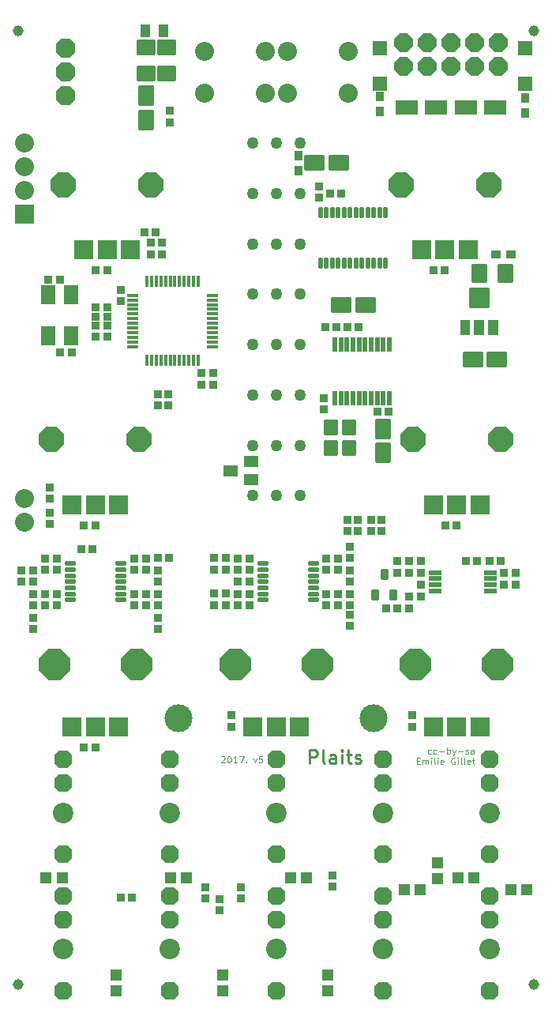
<source format=gbr>
%TF.GenerationSoftware,KiCad,Pcbnew,(6.0.11-0)*%
%TF.CreationDate,2023-04-25T19:31:51+02:00*%
%TF.ProjectId,plaits,706c6169-7473-42e6-9b69-6361645f7063,rev?*%
%TF.SameCoordinates,Original*%
%TF.FileFunction,Soldermask,Top*%
%TF.FilePolarity,Negative*%
%FSLAX46Y46*%
G04 Gerber Fmt 4.6, Leading zero omitted, Abs format (unit mm)*
G04 Created by KiCad (PCBNEW (6.0.11-0)) date 2023-04-25 19:31:51*
%MOMM*%
%LPD*%
G01*
G04 APERTURE LIST*
G04 Aperture macros list*
%AMRoundRect*
0 Rectangle with rounded corners*
0 $1 Rounding radius*
0 $2 $3 $4 $5 $6 $7 $8 $9 X,Y pos of 4 corners*
0 Add a 4 corners polygon primitive as box body*
4,1,4,$2,$3,$4,$5,$6,$7,$8,$9,$2,$3,0*
0 Add four circle primitives for the rounded corners*
1,1,$1+$1,$2,$3*
1,1,$1+$1,$4,$5*
1,1,$1+$1,$6,$7*
1,1,$1+$1,$8,$9*
0 Add four rect primitives between the rounded corners*
20,1,$1+$1,$2,$3,$4,$5,0*
20,1,$1+$1,$4,$5,$6,$7,0*
20,1,$1+$1,$6,$7,$8,$9,0*
20,1,$1+$1,$8,$9,$2,$3,0*%
%AMFreePoly0*
4,1,25,0.575031,1.328373,0.579933,1.323882,1.323882,0.579933,1.345910,0.532692,1.346200,0.526051,1.346200,-0.526051,1.328373,-0.575031,1.323882,-0.579933,0.579933,-1.323882,0.532692,-1.345910,0.526051,-1.346200,-0.526051,-1.346200,-0.575031,-1.328373,-0.579933,-1.323882,-1.323882,-0.579933,-1.345910,-0.532692,-1.346200,-0.526051,-1.346200,0.526051,-1.328373,0.575031,-1.323882,0.579933,
-0.579933,1.323882,-0.532692,1.345910,-0.526051,1.346200,0.526051,1.346200,0.575031,1.328373,0.575031,1.328373,$1*%
%AMFreePoly1*
4,1,25,0.417216,0.947373,0.422118,0.942882,0.942882,0.422118,0.964910,0.374877,0.965200,0.368236,0.965200,-0.368236,0.947373,-0.417216,0.942882,-0.422118,0.422118,-0.942882,0.374877,-0.964910,0.368236,-0.965200,-0.368236,-0.965200,-0.417216,-0.947373,-0.422118,-0.942882,-0.942882,-0.422118,-0.964910,-0.374877,-0.965200,-0.368236,-0.965200,0.368236,-0.947373,0.417216,-0.942882,0.422118,
-0.422118,0.942882,-0.374877,0.964910,-0.368236,0.965200,0.368236,0.965200,0.417216,0.947373,0.417216,0.947373,$1*%
%AMFreePoly2*
4,1,25,0.448779,1.023573,0.453681,1.019082,1.019082,0.453681,1.041110,0.406440,1.041400,0.399799,1.041400,-0.399799,1.023573,-0.448779,1.019082,-0.453681,0.453681,-1.019082,0.406440,-1.041110,0.399799,-1.041400,-0.399799,-1.041400,-0.448779,-1.023573,-0.453681,-1.019082,-1.019082,-0.453681,-1.041110,-0.406440,-1.041400,-0.399799,-1.041400,0.399799,-1.023573,0.448779,-1.019082,0.453681,
-0.453681,1.019082,-0.406440,1.041110,-0.399799,1.041400,0.399799,1.041400,0.448779,1.023573,0.448779,1.023573,$1*%
%AMFreePoly3*
4,1,25,0.706544,1.645873,0.711446,1.641382,1.641382,0.711446,1.663410,0.664205,1.663700,0.657564,1.663700,-0.657564,1.645873,-0.706544,1.641382,-0.711446,0.711446,-1.641382,0.664205,-1.663410,0.657564,-1.663700,-0.657564,-1.663700,-0.706544,-1.645873,-0.711446,-1.641382,-1.641382,-0.711446,-1.663410,-0.664205,-1.663700,-0.657564,-1.663700,0.657564,-1.645873,0.706544,-1.641382,0.711446,
-0.711446,1.641382,-0.664205,1.663410,-0.657564,1.663700,0.657564,1.663700,0.706544,1.645873,0.706544,1.645873,$1*%
%AMFreePoly4*
4,1,25,0.438258,0.998173,0.443160,0.993682,0.993682,0.443160,1.015710,0.395919,1.016000,0.389278,1.016000,-0.389278,0.998173,-0.438258,0.993682,-0.443160,0.443160,-0.993682,0.395919,-1.015710,0.389278,-1.016000,-0.389278,-1.016000,-0.438258,-0.998173,-0.443160,-0.993682,-0.993682,-0.443160,-1.015710,-0.395919,-1.016000,-0.389278,-1.016000,0.389278,-0.998173,0.438258,-0.993682,0.443160,
-0.443160,0.993682,-0.395919,1.015710,-0.389278,1.016000,0.389278,1.016000,0.438258,0.998173,0.438258,0.998173,$1*%
G04 Aperture macros list end*
%ADD10C,0.121920*%
%ADD11C,0.251460*%
%ADD12RoundRect,0.076200X-0.800000X-0.900000X0.800000X-0.900000X0.800000X0.900000X-0.800000X0.900000X0*%
%ADD13RoundRect,0.076200X-0.375000X0.325000X-0.375000X-0.325000X0.375000X-0.325000X0.375000X0.325000X0*%
%ADD14RoundRect,0.076200X0.325000X0.375000X-0.325000X0.375000X-0.325000X-0.375000X0.325000X-0.375000X0*%
%ADD15RoundRect,0.576200X0.000000X0.000000X0.000000X0.000000X0.000000X0.000000X0.000000X0.000000X0*%
%ADD16RoundRect,0.076200X-0.325000X-0.375000X0.325000X-0.375000X0.325000X0.375000X-0.325000X0.375000X0*%
%ADD17C,1.258800*%
%ADD18RoundRect,0.076200X1.000000X0.750000X-1.000000X0.750000X-1.000000X-0.750000X1.000000X-0.750000X0*%
%ADD19RoundRect,0.076200X0.375000X-0.325000X0.375000X0.325000X-0.375000X0.325000X-0.375000X-0.325000X0*%
%ADD20RoundRect,0.076200X0.939800X-0.939800X0.939800X0.939800X-0.939800X0.939800X-0.939800X-0.939800X0*%
%ADD21FreePoly0,90.000000*%
%ADD22C,2.032000*%
%ADD23RoundRect,0.076200X0.700000X-0.500000X0.700000X0.500000X-0.700000X0.500000X-0.700000X-0.500000X0*%
%ADD24RoundRect,0.076200X0.550000X0.500000X-0.550000X0.500000X-0.550000X-0.500000X0.550000X-0.500000X0*%
%ADD25C,2.200000*%
%ADD26FreePoly1,180.000000*%
%ADD27RoundRect,0.076200X0.650000X0.750000X-0.650000X0.750000X-0.650000X-0.750000X0.650000X-0.750000X0*%
%ADD28RoundRect,0.076200X0.350000X-0.425000X0.350000X0.425000X-0.350000X0.425000X-0.350000X-0.425000X0*%
%ADD29RoundRect,0.076200X-0.550000X-0.500000X0.550000X-0.500000X0.550000X0.500000X-0.550000X0.500000X0*%
%ADD30RoundRect,0.076200X-0.500000X-0.550000X0.500000X-0.550000X0.500000X0.550000X-0.500000X0.550000X0*%
%ADD31RoundRect,0.076200X-0.700000X0.700000X-0.700000X-0.700000X0.700000X-0.700000X0.700000X0.700000X0*%
%ADD32RoundRect,0.076200X-0.350000X0.425000X-0.350000X-0.425000X0.350000X-0.425000X0.350000X0.425000X0*%
%ADD33RoundRect,0.076200X-0.650000X-0.750000X0.650000X-0.750000X0.650000X0.750000X-0.650000X0.750000X0*%
%ADD34C,3.000000*%
%ADD35RoundRect,0.076200X-0.600000X0.175000X-0.600000X-0.175000X0.600000X-0.175000X0.600000X0.175000X0*%
%ADD36FreePoly2,0.000000*%
%ADD37RoundRect,0.076200X-0.165000X-0.500000X0.165000X-0.500000X0.165000X0.500000X-0.165000X0.500000X0*%
%ADD38RoundRect,0.076200X-0.750000X1.000000X-0.750000X-1.000000X0.750000X-1.000000X0.750000X1.000000X0*%
%ADD39RoundRect,0.076200X0.177800X-0.711200X0.177800X0.711200X-0.177800X0.711200X-0.177800X-0.711200X0*%
%ADD40RoundRect,0.076200X0.500000X-0.550000X0.500000X0.550000X-0.500000X0.550000X-0.500000X-0.550000X0*%
%ADD41FreePoly3,90.000000*%
%ADD42RoundRect,0.076200X-0.350000X-0.500000X0.350000X-0.500000X0.350000X0.500000X-0.350000X0.500000X0*%
%ADD43RoundRect,0.076200X-0.900000X0.800000X-0.900000X-0.800000X0.900000X-0.800000X0.900000X0.800000X0*%
%ADD44RoundRect,0.076200X0.450000X0.625000X-0.450000X0.625000X-0.450000X-0.625000X0.450000X-0.625000X0*%
%ADD45RoundRect,0.076200X-0.500000X0.127000X-0.500000X-0.127000X0.500000X-0.127000X0.500000X0.127000X0*%
%ADD46RoundRect,0.076200X-0.127000X0.500000X-0.127000X-0.500000X0.127000X-0.500000X0.127000X0.500000X0*%
%ADD47RoundRect,0.076200X0.700000X-0.950000X0.700000X0.950000X-0.700000X0.950000X-0.700000X-0.950000X0*%
%ADD48RoundRect,0.076200X-0.425000X-0.350000X0.425000X-0.350000X0.425000X0.350000X-0.425000X0.350000X0*%
%ADD49RoundRect,0.076200X-0.495300X0.152400X-0.495300X-0.152400X0.495300X-0.152400X0.495300X0.152400X0*%
%ADD50RoundRect,0.076200X1.100000X0.700000X-1.100000X0.700000X-1.100000X-0.700000X1.100000X-0.700000X0*%
%ADD51RoundRect,0.076200X-0.500000X0.550000X-0.500000X-0.550000X0.500000X-0.550000X0.500000X0.550000X0*%
%ADD52RoundRect,0.076200X0.750000X-1.000000X0.750000X1.000000X-0.750000X1.000000X-0.750000X-1.000000X0*%
%ADD53RoundRect,0.076200X0.700000X-0.700000X0.700000X0.700000X-0.700000X0.700000X-0.700000X-0.700000X0*%
%ADD54RoundRect,0.076200X1.000000X-1.000000X1.000000X1.000000X-1.000000X1.000000X-1.000000X-1.000000X0*%
%ADD55RoundRect,0.076200X-0.939800X-0.939800X0.939800X-0.939800X0.939800X0.939800X-0.939800X0.939800X0*%
%ADD56FreePoly4,180.000000*%
G04 APERTURE END LIST*
D10*
X165072790Y-131028681D02*
X165006992Y-131061580D01*
X164875395Y-131061580D01*
X164809597Y-131028681D01*
X164776698Y-130995782D01*
X164743799Y-130929984D01*
X164743799Y-130732590D01*
X164776698Y-130666792D01*
X164809597Y-130633893D01*
X164875395Y-130600994D01*
X165006992Y-130600994D01*
X165072790Y-130633893D01*
X165664972Y-131028681D02*
X165599174Y-131061580D01*
X165467578Y-131061580D01*
X165401780Y-131028681D01*
X165368881Y-130995782D01*
X165335982Y-130929984D01*
X165335982Y-130732590D01*
X165368881Y-130666792D01*
X165401780Y-130633893D01*
X165467578Y-130600994D01*
X165599174Y-130600994D01*
X165664972Y-130633893D01*
X165961064Y-130798388D02*
X166487449Y-130798388D01*
X166816439Y-131061580D02*
X166816439Y-130370700D01*
X166816439Y-130633893D02*
X166882237Y-130600994D01*
X167013833Y-130600994D01*
X167079632Y-130633893D01*
X167112531Y-130666792D01*
X167145430Y-130732590D01*
X167145430Y-130929984D01*
X167112531Y-130995782D01*
X167079632Y-131028681D01*
X167013833Y-131061580D01*
X166882237Y-131061580D01*
X166816439Y-131028681D01*
X167375723Y-130600994D02*
X167540218Y-131061580D01*
X167704713Y-130600994D02*
X167540218Y-131061580D01*
X167474420Y-131226076D01*
X167441521Y-131258975D01*
X167375723Y-131291874D01*
X167967906Y-130798388D02*
X168494291Y-130798388D01*
X168790382Y-131028681D02*
X168856180Y-131061580D01*
X168987776Y-131061580D01*
X169053574Y-131028681D01*
X169086473Y-130962883D01*
X169086473Y-130929984D01*
X169053574Y-130864186D01*
X168987776Y-130831287D01*
X168889079Y-130831287D01*
X168823281Y-130798388D01*
X168790382Y-130732590D01*
X168790382Y-130699691D01*
X168823281Y-130633893D01*
X168889079Y-130600994D01*
X168987776Y-130600994D01*
X169053574Y-130633893D01*
X169678656Y-131061580D02*
X169678656Y-130699691D01*
X169645757Y-130633893D01*
X169579959Y-130600994D01*
X169448363Y-130600994D01*
X169382565Y-130633893D01*
X169678656Y-131028681D02*
X169612858Y-131061580D01*
X169448363Y-131061580D01*
X169382565Y-131028681D01*
X169349666Y-130962883D01*
X169349666Y-130897085D01*
X169382565Y-130831287D01*
X169448363Y-130798388D01*
X169612858Y-130798388D01*
X169678656Y-130765489D01*
X142601883Y-131389099D02*
X142634782Y-131356200D01*
X142700580Y-131323300D01*
X142865075Y-131323300D01*
X142930873Y-131356200D01*
X142963772Y-131389099D01*
X142996672Y-131454897D01*
X142996672Y-131520695D01*
X142963772Y-131619392D01*
X142568984Y-132014180D01*
X142996672Y-132014180D01*
X143424359Y-131323300D02*
X143490157Y-131323300D01*
X143555955Y-131356200D01*
X143588854Y-131389099D01*
X143621753Y-131454897D01*
X143654652Y-131586493D01*
X143654652Y-131750988D01*
X143621753Y-131882584D01*
X143588854Y-131948382D01*
X143555955Y-131981281D01*
X143490157Y-132014180D01*
X143424359Y-132014180D01*
X143358561Y-131981281D01*
X143325662Y-131948382D01*
X143292763Y-131882584D01*
X143259864Y-131750988D01*
X143259864Y-131586493D01*
X143292763Y-131454897D01*
X143325662Y-131389099D01*
X143358561Y-131356200D01*
X143424359Y-131323300D01*
X144312633Y-132014180D02*
X143917845Y-132014180D01*
X144115239Y-132014180D02*
X144115239Y-131323300D01*
X144049441Y-131421998D01*
X143983643Y-131487796D01*
X143917845Y-131520695D01*
X144542927Y-131323300D02*
X145003513Y-131323300D01*
X144707422Y-132014180D01*
X145266706Y-131948382D02*
X145299605Y-131981281D01*
X145266706Y-132014180D01*
X145233807Y-131981281D01*
X145266706Y-131948382D01*
X145266706Y-132014180D01*
X146056283Y-131553594D02*
X146220778Y-132014180D01*
X146385273Y-131553594D01*
X146977456Y-131323300D02*
X146648466Y-131323300D01*
X146615567Y-131652291D01*
X146648466Y-131619392D01*
X146714264Y-131586493D01*
X146878759Y-131586493D01*
X146944557Y-131619392D01*
X146977456Y-131652291D01*
X147010355Y-131718089D01*
X147010355Y-131882584D01*
X146977456Y-131948382D01*
X146944557Y-131981281D01*
X146878759Y-132014180D01*
X146714264Y-132014180D01*
X146648466Y-131981281D01*
X146615567Y-131948382D01*
X163592232Y-131810891D02*
X163822526Y-131810891D01*
X163921223Y-132172780D02*
X163592232Y-132172780D01*
X163592232Y-131481900D01*
X163921223Y-131481900D01*
X163822526Y-131218708D02*
X163723829Y-131317405D01*
X164217314Y-132172780D02*
X164217314Y-131712194D01*
X164217314Y-131777992D02*
X164250213Y-131745093D01*
X164316012Y-131712194D01*
X164414709Y-131712194D01*
X164480507Y-131745093D01*
X164513406Y-131810891D01*
X164513406Y-132172780D01*
X164513406Y-131810891D02*
X164546305Y-131745093D01*
X164612103Y-131712194D01*
X164710800Y-131712194D01*
X164776598Y-131745093D01*
X164809497Y-131810891D01*
X164809497Y-132172780D01*
X165138488Y-132172780D02*
X165138488Y-131712194D01*
X165138488Y-131481900D02*
X165105589Y-131514800D01*
X165138488Y-131547699D01*
X165171387Y-131514800D01*
X165138488Y-131481900D01*
X165138488Y-131547699D01*
X165566175Y-132172780D02*
X165500377Y-132139881D01*
X165467478Y-132074083D01*
X165467478Y-131481900D01*
X165829368Y-132172780D02*
X165829368Y-131712194D01*
X165829368Y-131481900D02*
X165796469Y-131514800D01*
X165829368Y-131547699D01*
X165862267Y-131514800D01*
X165829368Y-131481900D01*
X165829368Y-131547699D01*
X166421551Y-132139881D02*
X166355752Y-132172780D01*
X166224156Y-132172780D01*
X166158358Y-132139881D01*
X166125459Y-132074083D01*
X166125459Y-131810891D01*
X166158358Y-131745093D01*
X166224156Y-131712194D01*
X166355752Y-131712194D01*
X166421551Y-131745093D01*
X166454450Y-131810891D01*
X166454450Y-131876689D01*
X166125459Y-131942487D01*
X167638815Y-131514800D02*
X167573017Y-131481900D01*
X167474320Y-131481900D01*
X167375623Y-131514800D01*
X167309825Y-131580598D01*
X167276926Y-131646396D01*
X167244027Y-131777992D01*
X167244027Y-131876689D01*
X167276926Y-132008285D01*
X167309825Y-132074083D01*
X167375623Y-132139881D01*
X167474320Y-132172780D01*
X167540118Y-132172780D01*
X167638815Y-132139881D01*
X167671714Y-132106982D01*
X167671714Y-131876689D01*
X167540118Y-131876689D01*
X167967806Y-132172780D02*
X167967806Y-131712194D01*
X167967806Y-131481900D02*
X167934907Y-131514800D01*
X167967806Y-131547699D01*
X168000705Y-131514800D01*
X167967806Y-131481900D01*
X167967806Y-131547699D01*
X168395493Y-132172780D02*
X168329695Y-132139881D01*
X168296796Y-132074083D01*
X168296796Y-131481900D01*
X168757383Y-132172780D02*
X168691585Y-132139881D01*
X168658686Y-132074083D01*
X168658686Y-131481900D01*
X169283768Y-132139881D02*
X169217970Y-132172780D01*
X169086373Y-132172780D01*
X169020575Y-132139881D01*
X168987676Y-132074083D01*
X168987676Y-131810891D01*
X169020575Y-131745093D01*
X169086373Y-131712194D01*
X169217970Y-131712194D01*
X169283768Y-131745093D01*
X169316667Y-131810891D01*
X169316667Y-131876689D01*
X168987676Y-131942487D01*
X169514061Y-131712194D02*
X169777253Y-131712194D01*
X169612758Y-131481900D02*
X169612758Y-132074083D01*
X169645657Y-132139881D01*
X169711455Y-132172780D01*
X169777253Y-132172780D01*
D11*
X152085036Y-132078185D02*
X152085036Y-130653245D01*
X152627871Y-130653245D01*
X152763579Y-130721100D01*
X152831433Y-130788954D01*
X152899288Y-130924662D01*
X152899288Y-131128225D01*
X152831433Y-131263934D01*
X152763579Y-131331788D01*
X152627871Y-131399642D01*
X152085036Y-131399642D01*
X153713539Y-132078185D02*
X153577831Y-132010331D01*
X153509976Y-131874622D01*
X153509976Y-130653245D01*
X154867062Y-132078185D02*
X154867062Y-131331788D01*
X154799208Y-131196080D01*
X154663499Y-131128225D01*
X154392082Y-131128225D01*
X154256373Y-131196080D01*
X154867062Y-132010331D02*
X154731353Y-132078185D01*
X154392082Y-132078185D01*
X154256373Y-132010331D01*
X154188519Y-131874622D01*
X154188519Y-131738914D01*
X154256373Y-131603205D01*
X154392082Y-131535351D01*
X154731353Y-131535351D01*
X154867062Y-131467497D01*
X155545605Y-132078185D02*
X155545605Y-131128225D01*
X155545605Y-130653245D02*
X155477751Y-130721100D01*
X155545605Y-130788954D01*
X155613459Y-130721100D01*
X155545605Y-130653245D01*
X155545605Y-130788954D01*
X156020585Y-131128225D02*
X156563419Y-131128225D01*
X156224148Y-130653245D02*
X156224148Y-131874622D01*
X156292002Y-132010331D01*
X156427711Y-132078185D01*
X156563419Y-132078185D01*
X156970545Y-132010331D02*
X157106253Y-132078185D01*
X157377671Y-132078185D01*
X157513379Y-132010331D01*
X157581233Y-131874622D01*
X157581233Y-131806768D01*
X157513379Y-131671060D01*
X157377671Y-131603205D01*
X157174108Y-131603205D01*
X157038399Y-131535351D01*
X156970545Y-131399642D01*
X156970545Y-131331788D01*
X157038399Y-131196080D01*
X157174108Y-131128225D01*
X157377671Y-131128225D01*
X157513379Y-131196080D01*
%TO.C,IC3*%
G36*
X170764600Y-86188800D02*
G01*
X169714600Y-86188800D01*
X169714600Y-84613800D01*
X170764600Y-84613800D01*
X170764600Y-86188800D01*
G37*
G36*
X169264600Y-86188800D02*
G01*
X168214600Y-86188800D01*
X168214600Y-84613800D01*
X169264600Y-84613800D01*
X169264600Y-86188800D01*
G37*
G36*
X172264600Y-86188800D02*
G01*
X171214600Y-86188800D01*
X171214600Y-84613800D01*
X172264600Y-84613800D01*
X172264600Y-86188800D01*
G37*
%TD*%
D12*
%TO.C,C13*%
X170268600Y-79603600D03*
X173068600Y-79603600D03*
%TD*%
D13*
%TO.C,R37*%
X162778600Y-114246100D03*
X162778600Y-115446100D03*
%TD*%
D14*
%TO.C,R5*%
X130358700Y-83254700D03*
X129158700Y-83254700D03*
%TD*%
D15*
%TO.C,JP3*%
X120868600Y-155803600D03*
%TD*%
D16*
%TO.C,R14*%
X135826100Y-110083600D03*
X137026100Y-110083600D03*
%TD*%
D13*
%TO.C,C51*%
X143728600Y-126946100D03*
X143728600Y-128146100D03*
%TD*%
D17*
%TO.C,LED8*%
X148491100Y-103416100D03*
X151031100Y-103416100D03*
X145951100Y-103416100D03*
%TD*%
D13*
%TO.C,C26*%
X136902400Y-92497300D03*
X136902400Y-93697300D03*
%TD*%
D18*
%TO.C,C22*%
X169574800Y-88811100D03*
X172174800Y-88811100D03*
%TD*%
D19*
%TO.C,C8*%
X153094900Y-71472400D03*
X153094900Y-70272400D03*
%TD*%
D16*
%TO.C,R3*%
X154241100Y-71031100D03*
X155441100Y-71031100D03*
%TD*%
D20*
%TO.C,R7*%
X131623600Y-104383600D03*
X129123600Y-104383600D03*
X126623600Y-104383600D03*
D21*
X133823600Y-97383600D03*
X124423600Y-97383600D03*
%TD*%
D22*
%TO.C,SW1*%
X140794900Y-55753000D03*
X147297300Y-55753000D03*
X140794900Y-60274200D03*
X147297300Y-60274200D03*
%TD*%
D23*
%TO.C,D3*%
X145781000Y-101667200D03*
X145781000Y-99767200D03*
X143581000Y-100717200D03*
%TD*%
D17*
%TO.C,LED3*%
X148491100Y-76428600D03*
X151031100Y-76428600D03*
X145951100Y-76428600D03*
%TD*%
D19*
%TO.C,C6*%
X137061100Y-63376100D03*
X137061100Y-62176100D03*
%TD*%
%TO.C,R32*%
X134521100Y-115128600D03*
X134521100Y-113928600D03*
%TD*%
D24*
%TO.C,C55*%
X125528600Y-144373500D03*
X123828600Y-144373500D03*
%TD*%
D13*
%TO.C,R24*%
X121186100Y-111388600D03*
X121186100Y-112588600D03*
%TD*%
D25*
%TO.C,J4*%
X159921100Y-137388600D03*
D26*
X159921100Y-131673600D03*
X159921100Y-134213600D03*
X159921100Y-141833600D03*
%TD*%
D27*
%TO.C,C31*%
X156267400Y-98336100D03*
X154367400Y-98336100D03*
%TD*%
D28*
%TO.C,L3*%
X175161100Y-62406100D03*
X175161100Y-60806100D03*
%TD*%
D19*
%TO.C,R11*%
X157222400Y-107191100D03*
X157222400Y-105991100D03*
%TD*%
D14*
%TO.C,C23*%
X141712600Y-90239800D03*
X140512600Y-90239800D03*
%TD*%
%TO.C,C36*%
X128771100Y-109131100D03*
X127571100Y-109131100D03*
%TD*%
D19*
%TO.C,R13*%
X156428600Y-110048600D03*
X156428600Y-108848600D03*
%TD*%
%TO.C,C33*%
X156111100Y-107191100D03*
X156111100Y-105991100D03*
%TD*%
D13*
%TO.C,C15*%
X131822500Y-81385000D03*
X131822500Y-82585000D03*
%TD*%
D29*
%TO.C,C56*%
X137163600Y-144373600D03*
X138863600Y-144373600D03*
%TD*%
D18*
%TO.C,C16*%
X155445900Y-82937300D03*
X158045900Y-82937300D03*
%TD*%
D13*
%TO.C,R48*%
X140871100Y-145361100D03*
X140871100Y-146561100D03*
%TD*%
%TO.C,R40*%
X122456100Y-116468600D03*
X122456100Y-117668600D03*
%TD*%
%TO.C,R22*%
X162778600Y-110436100D03*
X162778600Y-111636100D03*
%TD*%
D15*
%TO.C,JP1*%
X120868600Y-53568600D03*
%TD*%
D20*
%TO.C,R2*%
X169088600Y-77078600D03*
X166588600Y-77078600D03*
X164088600Y-77078600D03*
D21*
X171288600Y-70078600D03*
X161888600Y-70078600D03*
%TD*%
D30*
%TO.C,R46*%
X162246100Y-145643600D03*
X163946100Y-145643600D03*
%TD*%
D31*
%TO.C,D2*%
X175161100Y-59278600D03*
X175161100Y-55478600D03*
%TD*%
D17*
%TO.C,LED1*%
X148491100Y-65633600D03*
X151031100Y-65633600D03*
X145951100Y-65633600D03*
%TD*%
D32*
%TO.C,L4*%
X150872400Y-66956100D03*
X150872400Y-68556100D03*
%TD*%
D17*
%TO.C,LED2*%
X148491100Y-71031100D03*
X151031100Y-71031100D03*
X145951100Y-71031100D03*
%TD*%
D13*
%TO.C,R19*%
X144363600Y-110118600D03*
X144363600Y-111318600D03*
%TD*%
D33*
%TO.C,C29*%
X154367600Y-96113600D03*
X156267600Y-96113600D03*
%TD*%
D13*
%TO.C,R27*%
X156428600Y-111388600D03*
X156428600Y-112588600D03*
%TD*%
D19*
%TO.C,R36*%
X156428700Y-115128600D03*
X156428700Y-113928600D03*
%TD*%
D34*
%TO.C,H2*%
X158968600Y-127228500D03*
%TD*%
D16*
%TO.C,C37*%
X171386100Y-110401100D03*
X172586100Y-110401100D03*
%TD*%
D13*
%TO.C,R25*%
X122456100Y-111388600D03*
X122456100Y-112588600D03*
%TD*%
D19*
%TO.C,C40*%
X145633600Y-111318600D03*
X145633600Y-110118600D03*
%TD*%
D28*
%TO.C,L2*%
X159603600Y-62247400D03*
X159603600Y-60647400D03*
%TD*%
D14*
%TO.C,R6*%
X130358600Y-84207400D03*
X129158600Y-84207400D03*
%TD*%
D19*
%TO.C,C38*%
X124996100Y-111318600D03*
X124996100Y-110118600D03*
%TD*%
D25*
%TO.C,J2*%
X137061100Y-137388600D03*
D26*
X137061100Y-131673600D03*
X137061100Y-134213600D03*
X137061100Y-141833600D03*
%TD*%
D30*
%TO.C,R47*%
X173676100Y-145643600D03*
X175376100Y-145643600D03*
%TD*%
D34*
%TO.C,H3*%
X138013600Y-127228600D03*
%TD*%
D17*
%TO.C,LED4*%
X148491100Y-81826100D03*
X151031100Y-81826100D03*
X145951100Y-81826100D03*
%TD*%
D35*
%TO.C,IC8*%
X165568600Y-111648600D03*
X165568600Y-112298600D03*
X165568600Y-112948600D03*
X165568600Y-113598600D03*
X171418600Y-113598600D03*
X171418600Y-112948600D03*
X171418600Y-112298600D03*
X171418600Y-111648600D03*
%TD*%
D36*
%TO.C,IC1*%
X125948600Y-55473600D03*
X125948600Y-58013600D03*
X125948600Y-60553600D03*
%TD*%
D13*
%TO.C,R41*%
X135791100Y-116468600D03*
X135791100Y-117668600D03*
%TD*%
D19*
%TO.C,R35*%
X155158600Y-115128600D03*
X155158600Y-113928600D03*
%TD*%
D13*
%TO.C,C47*%
X133251100Y-113928600D03*
X133251100Y-115128600D03*
%TD*%
D37*
%TO.C,IC2*%
X153253600Y-78518600D03*
X153888600Y-78518600D03*
X154523600Y-78518600D03*
X155158600Y-78518600D03*
X155793600Y-78518600D03*
X156428600Y-78518600D03*
X157063600Y-78518600D03*
X157698600Y-78518600D03*
X158333600Y-78518600D03*
X158968600Y-78518600D03*
X159603600Y-78518600D03*
X160238600Y-78518600D03*
X160238600Y-73068600D03*
X159603600Y-73068600D03*
X158968600Y-73068600D03*
X158333600Y-73068600D03*
X157698600Y-73068600D03*
X157063600Y-73068600D03*
X156428600Y-73068600D03*
X155793600Y-73068600D03*
X155158600Y-73068600D03*
X154523600Y-73068600D03*
X153888600Y-73068600D03*
X153253600Y-73068600D03*
%TD*%
D13*
%TO.C,C49*%
X153888600Y-113928600D03*
X153888600Y-115128600D03*
%TD*%
D25*
%TO.C,J5*%
X171351100Y-137388600D03*
D26*
X171351100Y-131673600D03*
X171351100Y-134213600D03*
X171351100Y-141833600D03*
%TD*%
D16*
%TO.C,C18*%
X156145800Y-85318700D03*
X157345800Y-85318700D03*
%TD*%
D14*
%TO.C,C14*%
X125278600Y-80238600D03*
X124078600Y-80238600D03*
%TD*%
D38*
%TO.C,C3*%
X134521100Y-63123600D03*
X134521100Y-60523600D03*
%TD*%
D20*
%TO.C,R1*%
X132893600Y-77078600D03*
X130393600Y-77078600D03*
X127893600Y-77078600D03*
D21*
X135093600Y-70078600D03*
X125693600Y-70078600D03*
%TD*%
D29*
%TO.C,C57*%
X150022400Y-144373600D03*
X151722400Y-144373600D03*
%TD*%
D25*
%TO.C,J8*%
X148491100Y-151993600D03*
D26*
X148491100Y-146278600D03*
X148491100Y-148818600D03*
X148491100Y-156438600D03*
%TD*%
D14*
%TO.C,C53*%
X129088600Y-130403600D03*
X127888600Y-130403600D03*
%TD*%
D16*
%TO.C,C10*%
X135032500Y-77539700D03*
X136232500Y-77539700D03*
%TD*%
D39*
%TO.C,IC5*%
X154762700Y-92925900D03*
X155423100Y-92925900D03*
X156083500Y-92925900D03*
X156718500Y-92925900D03*
X157378900Y-92925900D03*
X158013900Y-92925900D03*
X158678900Y-92925900D03*
X159313900Y-92925900D03*
X159974300Y-92925900D03*
X160634700Y-92925900D03*
X160634700Y-87236300D03*
X159974300Y-87236300D03*
X159313900Y-87236300D03*
X158678900Y-87236300D03*
X158013900Y-87236300D03*
X157378900Y-87236300D03*
X156718500Y-87236300D03*
X156083500Y-87236300D03*
X155423100Y-87236300D03*
X154762700Y-87236300D03*
%TD*%
D13*
%TO.C,R18*%
X134521100Y-110118600D03*
X134521100Y-111318600D03*
%TD*%
%TO.C,C52*%
X163096100Y-126946100D03*
X163096100Y-128146100D03*
%TD*%
D19*
%TO.C,R21*%
X161508600Y-111636100D03*
X161508600Y-110436100D03*
%TD*%
D13*
%TO.C,C45*%
X164048600Y-112976100D03*
X164048600Y-114176100D03*
%TD*%
D40*
%TO.C,C61*%
X142776200Y-156494900D03*
X142776200Y-154794900D03*
%TD*%
D19*
%TO.C,R12*%
X158651100Y-107191100D03*
X158651100Y-105991100D03*
%TD*%
D24*
%TO.C,C58*%
X169661300Y-144373600D03*
X167961300Y-144373600D03*
%TD*%
D20*
%TO.C,R44*%
X170358600Y-128213600D03*
X167858600Y-128213600D03*
X165358600Y-128213600D03*
D41*
X172258600Y-121513600D03*
X163458600Y-121513600D03*
%TD*%
D16*
%TO.C,C9*%
X135032400Y-76269800D03*
X136232400Y-76269800D03*
%TD*%
%TO.C,C28*%
X159321100Y-94367300D03*
X160521100Y-94367300D03*
%TD*%
D15*
%TO.C,JP4*%
X176113600Y-155803600D03*
%TD*%
D19*
%TO.C,C41*%
X153888600Y-111318600D03*
X153888600Y-110118600D03*
%TD*%
%TO.C,R10*%
X124202400Y-106397300D03*
X124202400Y-105197300D03*
%TD*%
D14*
%TO.C,R29*%
X143058600Y-113893600D03*
X141858600Y-113893600D03*
%TD*%
D16*
%TO.C,C21*%
X125348600Y-88017300D03*
X126548600Y-88017300D03*
%TD*%
D14*
%TO.C,C34*%
X167823600Y-106591100D03*
X166623600Y-106591100D03*
%TD*%
%TO.C,R15*%
X143058600Y-110083600D03*
X141858600Y-110083600D03*
%TD*%
%TO.C,C32*%
X129088600Y-106591100D03*
X127888600Y-106591100D03*
%TD*%
%TO.C,C50*%
X161473600Y-115481100D03*
X160273600Y-115481100D03*
%TD*%
D19*
%TO.C,C19*%
X129123600Y-86394800D03*
X129123600Y-85194800D03*
%TD*%
D14*
%TO.C,R23*%
X143058600Y-111353600D03*
X141858600Y-111353600D03*
%TD*%
D42*
%TO.C,IC9*%
X159129900Y-114041100D03*
X161029900Y-114041100D03*
X160079900Y-111841100D03*
%TD*%
D43*
%TO.C,C2*%
X136743600Y-55343600D03*
X136743600Y-58143600D03*
%TD*%
D19*
%TO.C,R51*%
X142458600Y-147831100D03*
X142458600Y-146631100D03*
%TD*%
D14*
%TO.C,C11*%
X130358600Y-79286100D03*
X129158600Y-79286100D03*
%TD*%
D44*
%TO.C,L1*%
X136373600Y-53568600D03*
X134473600Y-53568600D03*
%TD*%
D45*
%TO.C,IC4*%
X133128600Y-81933600D03*
X133128600Y-82433600D03*
X133128600Y-82933600D03*
X133128600Y-83433600D03*
X133128600Y-83933600D03*
X133128600Y-84433600D03*
X133128600Y-84933600D03*
X133128600Y-85433600D03*
X133128600Y-85933600D03*
X133128600Y-86433600D03*
X133128600Y-86933600D03*
X133128600Y-87433600D03*
D46*
X134628600Y-88933600D03*
X135128600Y-88933600D03*
X135628600Y-88933600D03*
X136128600Y-88933600D03*
X136628600Y-88933600D03*
X137128600Y-88933600D03*
X137628600Y-88933600D03*
X138128600Y-88933600D03*
X138628600Y-88933600D03*
X139128600Y-88933600D03*
X139628600Y-88933600D03*
X140128600Y-88933600D03*
D45*
X141628600Y-87433600D03*
X141628600Y-86933600D03*
X141628600Y-86433600D03*
X141628600Y-85933600D03*
X141628600Y-85433600D03*
X141628600Y-84933600D03*
X141628600Y-84433600D03*
X141628600Y-83933600D03*
X141628600Y-83433600D03*
X141628600Y-82933600D03*
X141628600Y-82433600D03*
X141628600Y-81933600D03*
D46*
X140128600Y-80433600D03*
X139628600Y-80433600D03*
X139128600Y-80433600D03*
X138628600Y-80433600D03*
X138128600Y-80433600D03*
X137628600Y-80433600D03*
X137128600Y-80433600D03*
X136628600Y-80433600D03*
X136128600Y-80433600D03*
X135628600Y-80433600D03*
X135128600Y-80433600D03*
X134628600Y-80433600D03*
%TD*%
D14*
%TO.C,C24*%
X141712600Y-91509700D03*
X140512600Y-91509700D03*
%TD*%
D25*
%TO.C,J10*%
X171351100Y-151993600D03*
D26*
X171351100Y-146278600D03*
X171351100Y-148818600D03*
X171351100Y-156438600D03*
%TD*%
D47*
%TO.C,Q1*%
X126463600Y-86243600D03*
X126463600Y-81843600D03*
X124063600Y-81843600D03*
X124063600Y-86243600D03*
%TD*%
D48*
%TO.C,L5*%
X172038600Y-77539900D03*
X173638600Y-77539900D03*
%TD*%
D19*
%TO.C,C39*%
X133251100Y-111318600D03*
X133251100Y-110118600D03*
%TD*%
D18*
%TO.C,C7*%
X152588700Y-67697400D03*
X155188700Y-67697400D03*
%TD*%
D14*
%TO.C,C12*%
X166553600Y-79286100D03*
X165353600Y-79286100D03*
%TD*%
D19*
%TO.C,R33*%
X135791100Y-115128600D03*
X135791100Y-113928600D03*
%TD*%
D49*
%TO.C,IC7*%
X147043300Y-110673600D03*
X147043300Y-111323600D03*
X147043300Y-111973600D03*
X147043300Y-112623600D03*
X147043300Y-113273600D03*
X147043300Y-113923600D03*
X147043300Y-114573600D03*
X152478900Y-114573600D03*
X152478900Y-113923600D03*
X152478900Y-113273600D03*
X152478900Y-112623600D03*
X152478900Y-111973600D03*
X152478900Y-111323600D03*
X152478900Y-110673600D03*
%TD*%
D17*
%TO.C,LED7*%
X148491100Y-98018600D03*
X151031100Y-98018600D03*
X145951100Y-98018600D03*
%TD*%
D25*
%TO.C,J6*%
X125631100Y-151993600D03*
D26*
X125631100Y-146278600D03*
X125631100Y-148818600D03*
X125631100Y-156438600D03*
%TD*%
D13*
%TO.C,C27*%
X153571100Y-92973600D03*
X153571100Y-94173600D03*
%TD*%
%TO.C,R49*%
X144681100Y-145361100D03*
X144681100Y-146561100D03*
%TD*%
D19*
%TO.C,C43*%
X172938600Y-112906100D03*
X172938600Y-111706100D03*
%TD*%
D50*
%TO.C,C4*%
X162448600Y-61823600D03*
X165648600Y-61823600D03*
%TD*%
D13*
%TO.C,R28*%
X174208600Y-111706100D03*
X174208600Y-112906100D03*
%TD*%
D20*
%TO.C,R8*%
X170358600Y-104383600D03*
X167858600Y-104383600D03*
X165358600Y-104383600D03*
D21*
X172558600Y-97383600D03*
X163158600Y-97383600D03*
%TD*%
D19*
%TO.C,R9*%
X124202400Y-103698600D03*
X124202400Y-102498600D03*
%TD*%
D14*
%TO.C,R38*%
X143058600Y-115163600D03*
X141858600Y-115163600D03*
%TD*%
D50*
%TO.C,C5*%
X168798600Y-61823600D03*
X171998600Y-61823600D03*
%TD*%
D20*
%TO.C,R43*%
X150991100Y-128213600D03*
X148491100Y-128213600D03*
X145991100Y-128213600D03*
D41*
X152891100Y-121513600D03*
X144091100Y-121513600D03*
%TD*%
D17*
%TO.C,LED6*%
X148491100Y-92621100D03*
X151031100Y-92621100D03*
X145951100Y-92621100D03*
%TD*%
D25*
%TO.C,J3*%
X148491100Y-137388600D03*
D26*
X148491100Y-131673600D03*
X148491100Y-134213600D03*
X148491100Y-141833600D03*
%TD*%
D40*
%TO.C,C59*%
X131346100Y-156494800D03*
X131346100Y-154794800D03*
%TD*%
D16*
%TO.C,C17*%
X153764900Y-85318600D03*
X154964900Y-85318600D03*
%TD*%
D19*
%TO.C,C35*%
X159762400Y-107191200D03*
X159762400Y-105991200D03*
%TD*%
D13*
%TO.C,R45*%
X154523600Y-144091100D03*
X154523600Y-145291100D03*
%TD*%
D14*
%TO.C,C44*%
X145598600Y-112623600D03*
X144398600Y-112623600D03*
%TD*%
%TO.C,R16*%
X170046100Y-110401100D03*
X168846100Y-110401100D03*
%TD*%
D13*
%TO.C,C46*%
X124996100Y-113928600D03*
X124996100Y-115128600D03*
%TD*%
D20*
%TO.C,R42*%
X131623600Y-128213600D03*
X129123600Y-128213600D03*
X126623600Y-128213600D03*
D41*
X133523600Y-121513600D03*
X124723600Y-121513600D03*
%TD*%
D13*
%TO.C,R39*%
X156428600Y-116151100D03*
X156428600Y-117351100D03*
%TD*%
%TO.C,C25*%
X135791100Y-92497300D03*
X135791100Y-93697300D03*
%TD*%
D51*
%TO.C,C54*%
X165794800Y-142729800D03*
X165794800Y-144429800D03*
%TD*%
D52*
%TO.C,C30*%
X159921100Y-96242300D03*
X159921100Y-98842300D03*
%TD*%
D14*
%TO.C,R50*%
X133057300Y-146437300D03*
X131857300Y-146437300D03*
%TD*%
%TO.C,R4*%
X135597400Y-75158600D03*
X134397400Y-75158600D03*
%TD*%
D25*
%TO.C,J1*%
X125631100Y-137388600D03*
D26*
X125631100Y-131673600D03*
X125631100Y-134213600D03*
X125631100Y-141833600D03*
%TD*%
D13*
%TO.C,R20*%
X155158600Y-110118600D03*
X155158600Y-111318600D03*
%TD*%
%TO.C,C48*%
X145633600Y-113928600D03*
X145633600Y-115128600D03*
%TD*%
D43*
%TO.C,C1*%
X134521100Y-55343600D03*
X134521100Y-58143600D03*
%TD*%
D13*
%TO.C,R17*%
X123726100Y-110118600D03*
X123726100Y-111318600D03*
%TD*%
D17*
%TO.C,LED5*%
X148491100Y-87223600D03*
X151031100Y-87223600D03*
X145951100Y-87223600D03*
%TD*%
D25*
%TO.C,J7*%
X137061100Y-151993600D03*
D26*
X137061100Y-146278600D03*
X137061100Y-148818600D03*
X137061100Y-156438600D03*
%TD*%
D53*
%TO.C,D1*%
X159603600Y-55478600D03*
X159603600Y-59278600D03*
%TD*%
D15*
%TO.C,JP2*%
X176113600Y-53568600D03*
%TD*%
D19*
%TO.C,R31*%
X123726100Y-115128600D03*
X123726100Y-113928600D03*
%TD*%
D54*
%TO.C,IC3*%
X170239600Y-82219800D03*
%TD*%
D13*
%TO.C,R26*%
X135791100Y-111388600D03*
X135791100Y-112588600D03*
%TD*%
D22*
%TO.C,SW2*%
X149684900Y-55753000D03*
X156187300Y-55753000D03*
X149684900Y-60274200D03*
X156187300Y-60274200D03*
%TD*%
D25*
%TO.C,J9*%
X159921100Y-151993600D03*
D26*
X159921100Y-146278600D03*
X159921100Y-148818600D03*
X159921100Y-156438600D03*
%TD*%
D40*
%TO.C,C60*%
X154047400Y-156494800D03*
X154047400Y-154794800D03*
%TD*%
D19*
%TO.C,R30*%
X122456100Y-115128600D03*
X122456100Y-113928600D03*
%TD*%
%TO.C,C42*%
X164048600Y-111636100D03*
X164048600Y-110436100D03*
%TD*%
%TO.C,C20*%
X130393600Y-86394800D03*
X130393600Y-85194800D03*
%TD*%
%TO.C,R34*%
X144363600Y-115128600D03*
X144363600Y-113928600D03*
%TD*%
D49*
%TO.C,IC6*%
X126405800Y-110673600D03*
X126405800Y-111323600D03*
X126405800Y-111973600D03*
X126405800Y-112623600D03*
X126405800Y-113273600D03*
X126405800Y-113923600D03*
X126405800Y-114573600D03*
X131841400Y-114573600D03*
X131841400Y-113923600D03*
X131841400Y-113273600D03*
X131841400Y-112623600D03*
X131841400Y-111973600D03*
X131841400Y-111323600D03*
X131841400Y-110673600D03*
%TD*%
D55*
%TO.C,JP6*%
X121503600Y-73253600D03*
D22*
X121503600Y-70713600D03*
X121503600Y-68173600D03*
X121503600Y-65633600D03*
%TD*%
D56*
%TO.C,JP8*%
X172303600Y-57378600D03*
X172303600Y-54838600D03*
X169763600Y-57378600D03*
X169763600Y-54838600D03*
X167223600Y-57378600D03*
X167223600Y-54838600D03*
X164683600Y-57378600D03*
X164683600Y-54838600D03*
X162143600Y-57378600D03*
X162143600Y-54838600D03*
%TD*%
D22*
%TO.C,JP5*%
X121503600Y-103733600D03*
X121503600Y-106273600D03*
%TD*%
M02*

</source>
